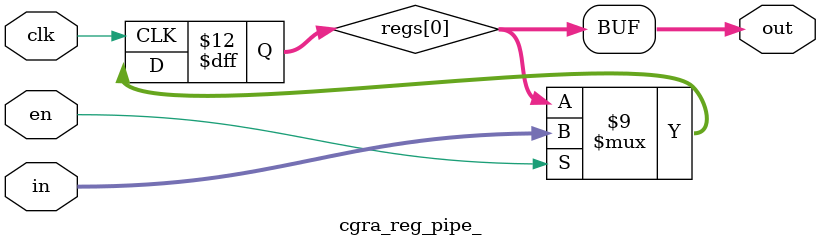
<source format=v>

module cgra_reg_pipe_ #
(
  parameter NUM_STAGES = 1,
  parameter DATA_WIDTH = 16
)
(
  input clk,
  input en,
  input [DATA_WIDTH-1:0] in,
  output [DATA_WIDTH-1:0] out
);

  reg [DATA_WIDTH-1:0] regs [0:NUM_STAGES-1];
  integer i;

  assign out = regs[NUM_STAGES - 1];

  always @(posedge clk) begin
    if(en) begin
      regs[0] <= in;
      for(i=1; i<NUM_STAGES; i=i+1) begin
        regs[i] <= regs[i - 1];
      end
    end 
  end


  initial begin
    for(i=0; i<NUM_STAGES; i=i+1) begin
      regs[i] = 0;
    end
  end


endmodule

</source>
